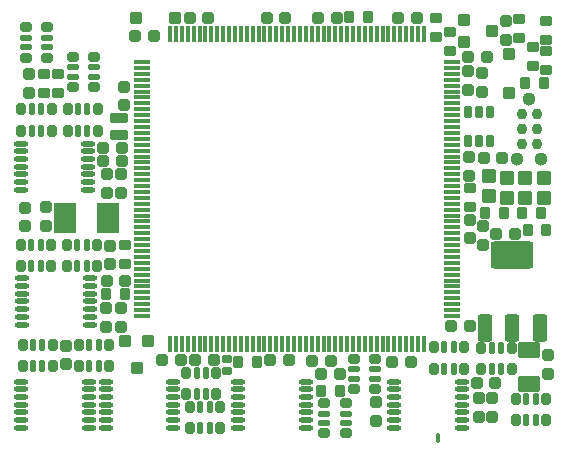
<source format=gts>
G04*
G04 #@! TF.GenerationSoftware,Altium Limited,Altium Designer,20.2.7 (254)*
G04*
G04 Layer_Color=7674933*
%FSLAX25Y25*%
%MOIN*%
G70*
G04*
G04 #@! TF.SameCoordinates,89FD41CB-11A8-4235-96C3-A5A174C84699*
G04*
G04*
G04 #@! TF.FilePolarity,Negative*
G04*
G01*
G75*
G04:AMPARAMS|DCode=43|XSize=33.07mil|YSize=41.73mil|CornerRadius=5.51mil|HoleSize=0mil|Usage=FLASHONLY|Rotation=270.000|XOffset=0mil|YOffset=0mil|HoleType=Round|Shape=RoundedRectangle|*
%AMROUNDEDRECTD43*
21,1,0.03307,0.03071,0,0,270.0*
21,1,0.02205,0.04173,0,0,270.0*
1,1,0.01102,-0.01535,-0.01102*
1,1,0.01102,-0.01535,0.01102*
1,1,0.01102,0.01535,0.01102*
1,1,0.01102,0.01535,-0.01102*
%
%ADD43ROUNDEDRECTD43*%
G04:AMPARAMS|DCode=44|XSize=38.98mil|YSize=38.98mil|CornerRadius=6.1mil|HoleSize=0mil|Usage=FLASHONLY|Rotation=90.000|XOffset=0mil|YOffset=0mil|HoleType=Round|Shape=RoundedRectangle|*
%AMROUNDEDRECTD44*
21,1,0.03898,0.02677,0,0,90.0*
21,1,0.02677,0.03898,0,0,90.0*
1,1,0.01221,0.01339,0.01339*
1,1,0.01221,0.01339,-0.01339*
1,1,0.01221,-0.01339,-0.01339*
1,1,0.01221,-0.01339,0.01339*
%
%ADD44ROUNDEDRECTD44*%
G04:AMPARAMS|DCode=45|XSize=76.38mil|YSize=50.79mil|CornerRadius=7.28mil|HoleSize=0mil|Usage=FLASHONLY|Rotation=0.000|XOffset=0mil|YOffset=0mil|HoleType=Round|Shape=RoundedRectangle|*
%AMROUNDEDRECTD45*
21,1,0.07638,0.03622,0,0,0.0*
21,1,0.06181,0.05079,0,0,0.0*
1,1,0.01457,0.03091,-0.01811*
1,1,0.01457,-0.03091,-0.01811*
1,1,0.01457,-0.03091,0.01811*
1,1,0.01457,0.03091,0.01811*
%
%ADD45ROUNDEDRECTD45*%
G04:AMPARAMS|DCode=46|XSize=33.07mil|YSize=41.73mil|CornerRadius=5.51mil|HoleSize=0mil|Usage=FLASHONLY|Rotation=180.000|XOffset=0mil|YOffset=0mil|HoleType=Round|Shape=RoundedRectangle|*
%AMROUNDEDRECTD46*
21,1,0.03307,0.03071,0,0,180.0*
21,1,0.02205,0.04173,0,0,180.0*
1,1,0.01102,-0.01102,0.01535*
1,1,0.01102,0.01102,0.01535*
1,1,0.01102,0.01102,-0.01535*
1,1,0.01102,-0.01102,-0.01535*
%
%ADD46ROUNDEDRECTD46*%
G04:AMPARAMS|DCode=47|XSize=15.35mil|YSize=33.07mil|CornerRadius=7.68mil|HoleSize=0mil|Usage=FLASHONLY|Rotation=180.000|XOffset=0mil|YOffset=0mil|HoleType=Round|Shape=RoundedRectangle|*
%AMROUNDEDRECTD47*
21,1,0.01535,0.01772,0,0,180.0*
21,1,0.00000,0.03307,0,0,180.0*
1,1,0.01535,0.00000,0.00886*
1,1,0.01535,0.00000,0.00886*
1,1,0.01535,0.00000,-0.00886*
1,1,0.01535,0.00000,-0.00886*
%
%ADD47ROUNDEDRECTD47*%
G04:AMPARAMS|DCode=48|XSize=143.31mil|YSize=90.16mil|CornerRadius=11.22mil|HoleSize=0mil|Usage=FLASHONLY|Rotation=0.000|XOffset=0mil|YOffset=0mil|HoleType=Round|Shape=RoundedRectangle|*
%AMROUNDEDRECTD48*
21,1,0.14331,0.06772,0,0,0.0*
21,1,0.12087,0.09016,0,0,0.0*
1,1,0.02244,0.06043,-0.03386*
1,1,0.02244,-0.06043,-0.03386*
1,1,0.02244,-0.06043,0.03386*
1,1,0.02244,0.06043,0.03386*
%
%ADD48ROUNDEDRECTD48*%
G04:AMPARAMS|DCode=49|XSize=48.82mil|YSize=90.16mil|CornerRadius=7.09mil|HoleSize=0mil|Usage=FLASHONLY|Rotation=0.000|XOffset=0mil|YOffset=0mil|HoleType=Round|Shape=RoundedRectangle|*
%AMROUNDEDRECTD49*
21,1,0.04882,0.07598,0,0,0.0*
21,1,0.03465,0.09016,0,0,0.0*
1,1,0.01417,0.01732,-0.03799*
1,1,0.01417,-0.01732,-0.03799*
1,1,0.01417,-0.01732,0.03799*
1,1,0.01417,0.01732,0.03799*
%
%ADD49ROUNDEDRECTD49*%
G04:AMPARAMS|DCode=50|XSize=48.82mil|YSize=90.16mil|CornerRadius=7.09mil|HoleSize=0mil|Usage=FLASHONLY|Rotation=0.000|XOffset=0mil|YOffset=0mil|HoleType=Round|Shape=RoundedRectangle|*
%AMROUNDEDRECTD50*
21,1,0.04882,0.07599,0,0,0.0*
21,1,0.03465,0.09016,0,0,0.0*
1,1,0.01417,0.01732,-0.03799*
1,1,0.01417,-0.01732,-0.03799*
1,1,0.01417,-0.01732,0.03799*
1,1,0.01417,0.01732,0.03799*
%
%ADD50ROUNDEDRECTD50*%
%ADD51O,0.04882X0.01732*%
%ADD52O,0.05669X0.01417*%
%ADD53O,0.01417X0.05669*%
G04:AMPARAMS|DCode=54|XSize=38.98mil|YSize=38.98mil|CornerRadius=6.1mil|HoleSize=0mil|Usage=FLASHONLY|Rotation=180.000|XOffset=0mil|YOffset=0mil|HoleType=Round|Shape=RoundedRectangle|*
%AMROUNDEDRECTD54*
21,1,0.03898,0.02677,0,0,180.0*
21,1,0.02677,0.03898,0,0,180.0*
1,1,0.01221,-0.01339,0.01339*
1,1,0.01221,0.01339,0.01339*
1,1,0.01221,0.01339,-0.01339*
1,1,0.01221,-0.01339,-0.01339*
%
%ADD54ROUNDEDRECTD54*%
G04:AMPARAMS|DCode=55|XSize=44.88mil|YSize=48.82mil|CornerRadius=6.69mil|HoleSize=0mil|Usage=FLASHONLY|Rotation=270.000|XOffset=0mil|YOffset=0mil|HoleType=Round|Shape=RoundedRectangle|*
%AMROUNDEDRECTD55*
21,1,0.04488,0.03543,0,0,270.0*
21,1,0.03150,0.04882,0,0,270.0*
1,1,0.01339,-0.01772,-0.01575*
1,1,0.01339,-0.01772,0.01575*
1,1,0.01339,0.01772,0.01575*
1,1,0.01339,0.01772,-0.01575*
%
%ADD55ROUNDEDRECTD55*%
G04:AMPARAMS|DCode=56|XSize=40.95mil|YSize=42.91mil|CornerRadius=6.3mil|HoleSize=0mil|Usage=FLASHONLY|Rotation=270.000|XOffset=0mil|YOffset=0mil|HoleType=Round|Shape=RoundedRectangle|*
%AMROUNDEDRECTD56*
21,1,0.04095,0.03032,0,0,270.0*
21,1,0.02835,0.04291,0,0,270.0*
1,1,0.01260,-0.01516,-0.01417*
1,1,0.01260,-0.01516,0.01417*
1,1,0.01260,0.01516,0.01417*
1,1,0.01260,0.01516,-0.01417*
%
%ADD56ROUNDEDRECTD56*%
G04:AMPARAMS|DCode=57|XSize=40.95mil|YSize=42.91mil|CornerRadius=6.3mil|HoleSize=0mil|Usage=FLASHONLY|Rotation=270.000|XOffset=0mil|YOffset=0mil|HoleType=Round|Shape=RoundedRectangle|*
%AMROUNDEDRECTD57*
21,1,0.04095,0.03032,0,0,270.0*
21,1,0.02835,0.04291,0,0,270.0*
1,1,0.01260,-0.01516,-0.01417*
1,1,0.01260,-0.01516,0.01417*
1,1,0.01260,0.01516,0.01417*
1,1,0.01260,0.01516,-0.01417*
%
%ADD57ROUNDEDRECTD57*%
%ADD58R,0.07244X0.10000*%
G04:AMPARAMS|DCode=59|XSize=29.13mil|YSize=40.95mil|CornerRadius=5.12mil|HoleSize=0mil|Usage=FLASHONLY|Rotation=180.000|XOffset=0mil|YOffset=0mil|HoleType=Round|Shape=RoundedRectangle|*
%AMROUNDEDRECTD59*
21,1,0.02913,0.03071,0,0,180.0*
21,1,0.01890,0.04095,0,0,180.0*
1,1,0.01024,-0.00945,0.01535*
1,1,0.01024,0.00945,0.01535*
1,1,0.01024,0.00945,-0.01535*
1,1,0.01024,-0.00945,-0.01535*
%
%ADD59ROUNDEDRECTD59*%
G04:AMPARAMS|DCode=60|XSize=31.1mil|YSize=37.01mil|CornerRadius=5.32mil|HoleSize=0mil|Usage=FLASHONLY|Rotation=0.000|XOffset=0mil|YOffset=0mil|HoleType=Round|Shape=RoundedRectangle|*
%AMROUNDEDRECTD60*
21,1,0.03110,0.02638,0,0,0.0*
21,1,0.02047,0.03701,0,0,0.0*
1,1,0.01063,0.01024,-0.01319*
1,1,0.01063,-0.01024,-0.01319*
1,1,0.01063,-0.01024,0.01319*
1,1,0.01063,0.01024,0.01319*
%
%ADD60ROUNDEDRECTD60*%
G04:AMPARAMS|DCode=61|XSize=23.23mil|YSize=37.01mil|CornerRadius=4.53mil|HoleSize=0mil|Usage=FLASHONLY|Rotation=0.000|XOffset=0mil|YOffset=0mil|HoleType=Round|Shape=RoundedRectangle|*
%AMROUNDEDRECTD61*
21,1,0.02323,0.02795,0,0,0.0*
21,1,0.01417,0.03701,0,0,0.0*
1,1,0.00906,0.00709,-0.01398*
1,1,0.00906,-0.00709,-0.01398*
1,1,0.00906,-0.00709,0.01398*
1,1,0.00906,0.00709,0.01398*
%
%ADD61ROUNDEDRECTD61*%
G04:AMPARAMS|DCode=62|XSize=41.34mil|YSize=38.98mil|CornerRadius=6.1mil|HoleSize=0mil|Usage=FLASHONLY|Rotation=270.000|XOffset=0mil|YOffset=0mil|HoleType=Round|Shape=RoundedRectangle|*
%AMROUNDEDRECTD62*
21,1,0.04134,0.02677,0,0,270.0*
21,1,0.02913,0.03898,0,0,270.0*
1,1,0.01221,-0.01339,-0.01457*
1,1,0.01221,-0.01339,0.01457*
1,1,0.01221,0.01339,0.01457*
1,1,0.01221,0.01339,-0.01457*
%
%ADD62ROUNDEDRECTD62*%
G04:AMPARAMS|DCode=63|XSize=40.95mil|YSize=42.91mil|CornerRadius=6.3mil|HoleSize=0mil|Usage=FLASHONLY|Rotation=180.000|XOffset=0mil|YOffset=0mil|HoleType=Round|Shape=RoundedRectangle|*
%AMROUNDEDRECTD63*
21,1,0.04095,0.03032,0,0,180.0*
21,1,0.02835,0.04291,0,0,180.0*
1,1,0.01260,-0.01417,0.01516*
1,1,0.01260,0.01417,0.01516*
1,1,0.01260,0.01417,-0.01516*
1,1,0.01260,-0.01417,-0.01516*
%
%ADD63ROUNDEDRECTD63*%
G04:AMPARAMS|DCode=64|XSize=40.95mil|YSize=42.91mil|CornerRadius=6.3mil|HoleSize=0mil|Usage=FLASHONLY|Rotation=180.000|XOffset=0mil|YOffset=0mil|HoleType=Round|Shape=RoundedRectangle|*
%AMROUNDEDRECTD64*
21,1,0.04095,0.03032,0,0,180.0*
21,1,0.02835,0.04291,0,0,180.0*
1,1,0.01260,-0.01417,0.01516*
1,1,0.01260,0.01417,0.01516*
1,1,0.01260,0.01417,-0.01516*
1,1,0.01260,-0.01417,-0.01516*
%
%ADD64ROUNDEDRECTD64*%
G04:AMPARAMS|DCode=65|XSize=31.1mil|YSize=37.01mil|CornerRadius=5.32mil|HoleSize=0mil|Usage=FLASHONLY|Rotation=270.000|XOffset=0mil|YOffset=0mil|HoleType=Round|Shape=RoundedRectangle|*
%AMROUNDEDRECTD65*
21,1,0.03110,0.02638,0,0,270.0*
21,1,0.02047,0.03701,0,0,270.0*
1,1,0.01063,-0.01319,-0.01024*
1,1,0.01063,-0.01319,0.01024*
1,1,0.01063,0.01319,0.01024*
1,1,0.01063,0.01319,-0.01024*
%
%ADD65ROUNDEDRECTD65*%
G04:AMPARAMS|DCode=66|XSize=23.23mil|YSize=37.01mil|CornerRadius=4.53mil|HoleSize=0mil|Usage=FLASHONLY|Rotation=270.000|XOffset=0mil|YOffset=0mil|HoleType=Round|Shape=RoundedRectangle|*
%AMROUNDEDRECTD66*
21,1,0.02323,0.02795,0,0,270.0*
21,1,0.01417,0.03701,0,0,270.0*
1,1,0.00906,-0.01398,-0.00709*
1,1,0.00906,-0.01398,0.00709*
1,1,0.00906,0.01398,0.00709*
1,1,0.00906,0.01398,-0.00709*
%
%ADD66ROUNDEDRECTD66*%
%ADD67C,0.03651*%
G04:AMPARAMS|DCode=68|XSize=33.07mil|YSize=60.63mil|CornerRadius=5.51mil|HoleSize=0mil|Usage=FLASHONLY|Rotation=270.000|XOffset=0mil|YOffset=0mil|HoleType=Round|Shape=RoundedRectangle|*
%AMROUNDEDRECTD68*
21,1,0.03307,0.04961,0,0,270.0*
21,1,0.02205,0.06063,0,0,270.0*
1,1,0.01102,-0.02480,-0.01102*
1,1,0.01102,-0.02480,0.01102*
1,1,0.01102,0.02480,0.01102*
1,1,0.01102,0.02480,-0.01102*
%
%ADD68ROUNDEDRECTD68*%
G04:AMPARAMS|DCode=69|XSize=33.07mil|YSize=29.13mil|CornerRadius=5.12mil|HoleSize=0mil|Usage=FLASHONLY|Rotation=180.000|XOffset=0mil|YOffset=0mil|HoleType=Round|Shape=RoundedRectangle|*
%AMROUNDEDRECTD69*
21,1,0.03307,0.01890,0,0,180.0*
21,1,0.02284,0.02913,0,0,180.0*
1,1,0.01024,-0.01142,0.00945*
1,1,0.01024,0.01142,0.00945*
1,1,0.01024,0.01142,-0.00945*
1,1,0.01024,-0.01142,-0.00945*
%
%ADD69ROUNDEDRECTD69*%
G04:AMPARAMS|DCode=70|XSize=41.34mil|YSize=38.98mil|CornerRadius=6.1mil|HoleSize=0mil|Usage=FLASHONLY|Rotation=180.000|XOffset=0mil|YOffset=0mil|HoleType=Round|Shape=RoundedRectangle|*
%AMROUNDEDRECTD70*
21,1,0.04134,0.02677,0,0,180.0*
21,1,0.02913,0.03898,0,0,180.0*
1,1,0.01221,-0.01457,0.01339*
1,1,0.01221,0.01457,0.01339*
1,1,0.01221,0.01457,-0.01339*
1,1,0.01221,-0.01457,-0.01339*
%
%ADD70ROUNDEDRECTD70*%
%ADD71C,0.04451*%
D43*
X11614Y123228D02*
D03*
Y116929D02*
D03*
X16437Y123228D02*
D03*
Y116929D02*
D03*
X147244Y130807D02*
D03*
Y137106D02*
D03*
X142520Y135630D02*
D03*
Y141929D02*
D03*
X153642Y85138D02*
D03*
Y78839D02*
D03*
X170177Y141535D02*
D03*
Y135236D02*
D03*
X179232Y130709D02*
D03*
Y124409D02*
D03*
X179232Y140846D02*
D03*
Y134547D02*
D03*
X174606Y132283D02*
D03*
Y125984D02*
D03*
X38583Y59744D02*
D03*
Y66043D02*
D03*
D44*
X6890Y116870D02*
D03*
Y123091D02*
D03*
X165650Y140709D02*
D03*
Y134488D02*
D03*
X179626Y23268D02*
D03*
Y29488D02*
D03*
X153248Y117953D02*
D03*
Y124173D02*
D03*
X37303Y83602D02*
D03*
Y89823D02*
D03*
X157776Y117165D02*
D03*
Y123386D02*
D03*
X122343Y7520D02*
D03*
Y13740D02*
D03*
X156791Y8996D02*
D03*
Y15217D02*
D03*
X161221Y15216D02*
D03*
Y8996D02*
D03*
X12500Y78701D02*
D03*
Y72480D02*
D03*
X32776Y83602D02*
D03*
Y89823D02*
D03*
X37402Y38917D02*
D03*
Y45138D02*
D03*
X158169Y72402D02*
D03*
Y66181D02*
D03*
X32579Y38819D02*
D03*
Y45039D02*
D03*
X18996Y26417D02*
D03*
Y32638D02*
D03*
X5413Y72382D02*
D03*
Y78602D02*
D03*
X153543Y89311D02*
D03*
Y95531D02*
D03*
X153642Y74567D02*
D03*
Y68347D02*
D03*
X33760Y59685D02*
D03*
Y65905D02*
D03*
X38484Y118957D02*
D03*
Y112736D02*
D03*
D45*
X173425Y31102D02*
D03*
Y19685D02*
D03*
D46*
X110433Y17421D02*
D03*
X104134D02*
D03*
X76575Y27264D02*
D03*
X82874D02*
D03*
X158858Y76968D02*
D03*
X165157D02*
D03*
X119784Y142028D02*
D03*
X113484D02*
D03*
X177362Y76772D02*
D03*
X171063D02*
D03*
X179232Y71260D02*
D03*
X172933D02*
D03*
X32579Y49705D02*
D03*
X38878D02*
D03*
X172244Y120177D02*
D03*
X178543D02*
D03*
D47*
X142933Y1772D02*
D03*
D48*
X167913Y62992D02*
D03*
D49*
X176969Y38583D02*
D03*
X158858D02*
D03*
D50*
X167913D02*
D03*
D51*
X128543Y20669D02*
D03*
Y18110D02*
D03*
Y15551D02*
D03*
Y12992D02*
D03*
Y10433D02*
D03*
Y7874D02*
D03*
Y5315D02*
D03*
X150984Y20669D02*
D03*
Y18110D02*
D03*
Y15551D02*
D03*
Y12992D02*
D03*
Y10433D02*
D03*
Y7874D02*
D03*
Y5315D02*
D03*
X4527Y55020D02*
D03*
Y52461D02*
D03*
Y49902D02*
D03*
Y47343D02*
D03*
Y44783D02*
D03*
Y42224D02*
D03*
Y39665D02*
D03*
X26969Y55020D02*
D03*
Y52461D02*
D03*
Y49902D02*
D03*
Y47343D02*
D03*
Y44783D02*
D03*
Y42224D02*
D03*
Y39665D02*
D03*
X4035Y100000D02*
D03*
Y97441D02*
D03*
Y94882D02*
D03*
Y92323D02*
D03*
Y89764D02*
D03*
Y87205D02*
D03*
Y84646D02*
D03*
X26476Y100000D02*
D03*
Y97441D02*
D03*
Y94882D02*
D03*
Y92323D02*
D03*
Y89764D02*
D03*
Y87205D02*
D03*
Y84646D02*
D03*
X54724Y5315D02*
D03*
Y7874D02*
D03*
Y10433D02*
D03*
Y12992D02*
D03*
Y15551D02*
D03*
Y18110D02*
D03*
Y20669D02*
D03*
X32284Y5315D02*
D03*
Y7874D02*
D03*
Y10433D02*
D03*
Y12992D02*
D03*
Y15551D02*
D03*
Y18110D02*
D03*
Y20669D02*
D03*
X99016Y5315D02*
D03*
Y7874D02*
D03*
Y10433D02*
D03*
Y12992D02*
D03*
Y15551D02*
D03*
Y18110D02*
D03*
Y20669D02*
D03*
X76575Y5315D02*
D03*
Y7874D02*
D03*
Y10433D02*
D03*
Y12992D02*
D03*
Y15551D02*
D03*
Y18110D02*
D03*
Y20669D02*
D03*
X4232D02*
D03*
Y18110D02*
D03*
Y15551D02*
D03*
Y12992D02*
D03*
Y10433D02*
D03*
Y7874D02*
D03*
Y5315D02*
D03*
X26673Y20669D02*
D03*
Y18110D02*
D03*
Y15551D02*
D03*
Y12992D02*
D03*
Y10433D02*
D03*
Y7874D02*
D03*
Y5315D02*
D03*
D52*
X44291Y127165D02*
D03*
Y125197D02*
D03*
Y123228D02*
D03*
Y121260D02*
D03*
Y119291D02*
D03*
Y117323D02*
D03*
Y115354D02*
D03*
Y113386D02*
D03*
Y111417D02*
D03*
Y109449D02*
D03*
Y107480D02*
D03*
Y105512D02*
D03*
Y103543D02*
D03*
Y101575D02*
D03*
Y99606D02*
D03*
Y97638D02*
D03*
Y95669D02*
D03*
Y93701D02*
D03*
Y91732D02*
D03*
Y89764D02*
D03*
Y87795D02*
D03*
Y85827D02*
D03*
Y83858D02*
D03*
Y81890D02*
D03*
Y79921D02*
D03*
Y77953D02*
D03*
Y75984D02*
D03*
Y74016D02*
D03*
Y72047D02*
D03*
Y70079D02*
D03*
Y68110D02*
D03*
Y66142D02*
D03*
Y64173D02*
D03*
Y62205D02*
D03*
Y60236D02*
D03*
Y58268D02*
D03*
Y56299D02*
D03*
Y54331D02*
D03*
Y52362D02*
D03*
Y50394D02*
D03*
Y48425D02*
D03*
Y46457D02*
D03*
Y44488D02*
D03*
Y42520D02*
D03*
X147835D02*
D03*
Y44488D02*
D03*
Y46457D02*
D03*
Y48425D02*
D03*
Y50394D02*
D03*
Y52362D02*
D03*
Y54331D02*
D03*
Y56299D02*
D03*
Y58268D02*
D03*
Y60236D02*
D03*
Y62205D02*
D03*
Y64173D02*
D03*
Y66142D02*
D03*
Y68110D02*
D03*
Y70079D02*
D03*
Y72047D02*
D03*
Y74016D02*
D03*
Y75984D02*
D03*
Y77953D02*
D03*
Y79921D02*
D03*
Y81890D02*
D03*
Y83858D02*
D03*
Y85827D02*
D03*
Y87795D02*
D03*
Y89764D02*
D03*
Y91732D02*
D03*
Y93701D02*
D03*
Y95669D02*
D03*
Y97638D02*
D03*
Y99606D02*
D03*
Y101575D02*
D03*
Y103543D02*
D03*
Y105512D02*
D03*
Y107480D02*
D03*
Y109449D02*
D03*
Y111417D02*
D03*
Y113386D02*
D03*
Y115354D02*
D03*
Y117323D02*
D03*
Y119291D02*
D03*
Y121260D02*
D03*
Y123228D02*
D03*
Y125197D02*
D03*
Y127165D02*
D03*
D53*
X53740Y33071D02*
D03*
X55709D02*
D03*
X57677D02*
D03*
X59646D02*
D03*
X61614D02*
D03*
X63583D02*
D03*
X65551D02*
D03*
X67520D02*
D03*
X69488D02*
D03*
X71457D02*
D03*
X73425D02*
D03*
X75394D02*
D03*
X77362D02*
D03*
X79331D02*
D03*
X81299D02*
D03*
X83268D02*
D03*
X85236D02*
D03*
X87205D02*
D03*
X89173D02*
D03*
X91142D02*
D03*
X93110D02*
D03*
X95079D02*
D03*
X97047D02*
D03*
X99016D02*
D03*
X100984D02*
D03*
X102953D02*
D03*
X104921D02*
D03*
X106890D02*
D03*
X108858D02*
D03*
X110827D02*
D03*
X112795D02*
D03*
X114764D02*
D03*
X116732D02*
D03*
X118701D02*
D03*
X120669D02*
D03*
X122638D02*
D03*
X124606D02*
D03*
X126575D02*
D03*
X128543D02*
D03*
X130512D02*
D03*
X132480D02*
D03*
X134449D02*
D03*
X136417D02*
D03*
X138386D02*
D03*
Y136614D02*
D03*
X136417D02*
D03*
X134449D02*
D03*
X132480D02*
D03*
X130512D02*
D03*
X128543D02*
D03*
X126575D02*
D03*
X124606D02*
D03*
X122638D02*
D03*
X120669D02*
D03*
X118701D02*
D03*
X116732D02*
D03*
X114764D02*
D03*
X112795D02*
D03*
X110827D02*
D03*
X108858D02*
D03*
X106890D02*
D03*
X104921D02*
D03*
X102953D02*
D03*
X100984D02*
D03*
X99016D02*
D03*
X97047D02*
D03*
X95079D02*
D03*
X93110D02*
D03*
X91142D02*
D03*
X89173D02*
D03*
X87205D02*
D03*
X85236D02*
D03*
X83268D02*
D03*
X81299D02*
D03*
X79331D02*
D03*
X77362D02*
D03*
X75394D02*
D03*
X73425D02*
D03*
X71457D02*
D03*
X69488D02*
D03*
X67520D02*
D03*
X65551D02*
D03*
X63583D02*
D03*
X61614D02*
D03*
X59646D02*
D03*
X57677D02*
D03*
X55709D02*
D03*
X53740D02*
D03*
D54*
X155945Y20079D02*
D03*
X162165D02*
D03*
X153189Y128740D02*
D03*
X159409D02*
D03*
X162539Y69882D02*
D03*
X168760D02*
D03*
X62165Y27854D02*
D03*
X68386D02*
D03*
X135945Y141811D02*
D03*
X129724D02*
D03*
X127894Y27165D02*
D03*
X134114D02*
D03*
X42067Y135827D02*
D03*
X48287D02*
D03*
X158307Y95177D02*
D03*
X164527D02*
D03*
X51220Y27756D02*
D03*
X57441D02*
D03*
X104173Y23327D02*
D03*
X110394D02*
D03*
X37756Y94193D02*
D03*
X31536D02*
D03*
X66496Y141929D02*
D03*
X60276D02*
D03*
X85965Y141831D02*
D03*
X92185D02*
D03*
X103091Y141831D02*
D03*
X109311D02*
D03*
X153602Y39272D02*
D03*
X147382D02*
D03*
X87244Y27756D02*
D03*
X93465D02*
D03*
X107441Y27657D02*
D03*
X101221D02*
D03*
X37657Y98523D02*
D03*
X31437D02*
D03*
X32618Y54232D02*
D03*
X38839D02*
D03*
D55*
X178445Y88386D02*
D03*
Y81693D02*
D03*
X165945Y81791D02*
D03*
Y88484D02*
D03*
X172146Y88386D02*
D03*
Y81693D02*
D03*
X160020Y82382D02*
D03*
Y89075D02*
D03*
D56*
X161102Y137599D02*
D03*
X151850Y141339D02*
D03*
D57*
Y133858D02*
D03*
D58*
X18602Y75099D02*
D03*
X33169D02*
D03*
D59*
X160531Y100984D02*
D03*
X156791D02*
D03*
X153051D02*
D03*
Y110433D02*
D03*
X156791D02*
D03*
X160531D02*
D03*
D60*
X179035Y7776D02*
D03*
Y14862D02*
D03*
X168996D02*
D03*
Y7776D02*
D03*
X157579Y24705D02*
D03*
Y31791D02*
D03*
X167618D02*
D03*
Y24705D02*
D03*
X29429Y59153D02*
D03*
Y66240D02*
D03*
X19390D02*
D03*
Y59153D02*
D03*
X4134Y59154D02*
D03*
Y66240D02*
D03*
X14173D02*
D03*
Y59154D02*
D03*
X33366Y25787D02*
D03*
Y32874D02*
D03*
X23327D02*
D03*
Y25787D02*
D03*
X4626D02*
D03*
Y32874D02*
D03*
X14665D02*
D03*
Y25787D02*
D03*
X29626Y104331D02*
D03*
Y111417D02*
D03*
X19587D02*
D03*
Y104331D02*
D03*
X141732Y25000D02*
D03*
Y32087D02*
D03*
X151772D02*
D03*
Y25000D02*
D03*
X14272Y104331D02*
D03*
Y111417D02*
D03*
X4232D02*
D03*
Y104331D02*
D03*
X69193Y23524D02*
D03*
Y16437D02*
D03*
X59153D02*
D03*
Y23524D02*
D03*
X60335Y5217D02*
D03*
Y12303D02*
D03*
X70374D02*
D03*
Y5217D02*
D03*
D61*
X172441Y14862D02*
D03*
X175591D02*
D03*
Y7776D02*
D03*
X172441D02*
D03*
X161024Y24705D02*
D03*
X164173D02*
D03*
Y31791D02*
D03*
X161024D02*
D03*
X22835Y66240D02*
D03*
X25984D02*
D03*
Y59153D02*
D03*
X22835D02*
D03*
X7579Y59154D02*
D03*
X10728D02*
D03*
Y66240D02*
D03*
X7579D02*
D03*
X26772Y32874D02*
D03*
X29921D02*
D03*
Y25787D02*
D03*
X26772D02*
D03*
X8071D02*
D03*
X11221D02*
D03*
Y32874D02*
D03*
X8071D02*
D03*
X23032Y111417D02*
D03*
X26181D02*
D03*
Y104331D02*
D03*
X23032D02*
D03*
X145177Y25000D02*
D03*
X148327D02*
D03*
Y32087D02*
D03*
X145177D02*
D03*
X7677Y111417D02*
D03*
X10827D02*
D03*
Y104331D02*
D03*
X7677D02*
D03*
X65748Y23524D02*
D03*
X62598D02*
D03*
Y16437D02*
D03*
X65748D02*
D03*
X63780Y5217D02*
D03*
X66929D02*
D03*
Y12303D02*
D03*
X63780D02*
D03*
D62*
X166732Y116929D02*
D03*
Y129921D02*
D03*
D63*
X46358Y34331D02*
D03*
X42618Y25079D02*
D03*
D64*
X38878Y34331D02*
D03*
D65*
X105196Y13384D02*
D03*
X112283D02*
D03*
Y3345D02*
D03*
X105196D02*
D03*
X114961Y28248D02*
D03*
X122047D02*
D03*
Y18209D02*
D03*
X114961D02*
D03*
X28504Y128917D02*
D03*
X21417D02*
D03*
Y118877D02*
D03*
X28504D02*
D03*
X12894Y138681D02*
D03*
X5807D02*
D03*
Y128642D02*
D03*
X12894D02*
D03*
D66*
X105196Y9940D02*
D03*
Y6790D02*
D03*
X112283D02*
D03*
Y9940D02*
D03*
X114961Y24803D02*
D03*
Y21654D02*
D03*
X122047D02*
D03*
Y24803D02*
D03*
X21417Y122322D02*
D03*
Y125472D02*
D03*
X28504D02*
D03*
Y122322D02*
D03*
X5807Y132087D02*
D03*
Y135236D02*
D03*
X12894D02*
D03*
Y132087D02*
D03*
D67*
X175925Y99921D02*
D03*
X170925D02*
D03*
X175925Y104921D02*
D03*
X170925D02*
D03*
X175925Y109921D02*
D03*
X170925D02*
D03*
D68*
X36614Y108661D02*
D03*
Y102756D02*
D03*
D69*
X72835Y28150D02*
D03*
Y24213D02*
D03*
D70*
X55315Y141831D02*
D03*
X42323D02*
D03*
D71*
X169425Y94921D02*
D03*
X177425D02*
D03*
X173425Y114921D02*
D03*
M02*

</source>
